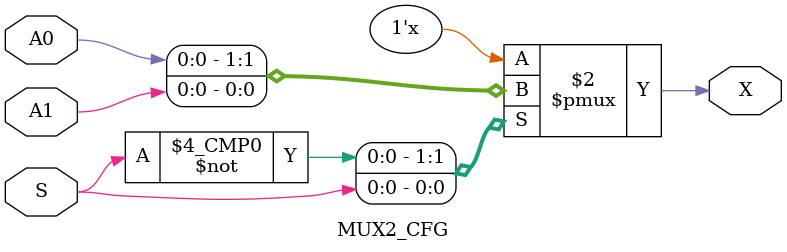
<source format=v>

module MUX2_CFG (
  input  wire A0, A1,
  output reg  X,
  input  wire S
);

  always @(*) begin
    case (S)
      1'b0: X = A0;
      1'b1: X = A1;
    endcase
  end

endmodule

</source>
